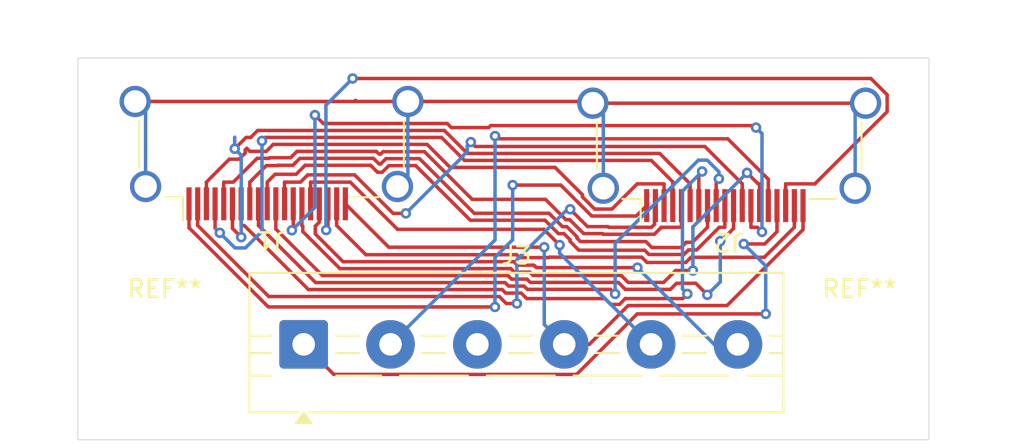
<source format=kicad_pcb>
(kicad_pcb (version 20241229) (generator "pcbnew") (generator_version "9.0")
  (layers (0 "F.Cu" signal) (2 "B.Cu" signal) (13 "F.Paste" user) (15 "B.Paste" user) (5 "F.SilkS" user "F.Silkscreen") (7 "B.SilkS" user "B.Silkscreen") (1 "F.Mask" user) (3 "B.Mask" user) (25 "Edge.Cuts" user))
  (net 0 "")
  (net 1 "Net-(J1-PadSH)")
  (net 2 "Net-(J1-D1-)")
  (net 3 "Net-(J1-D0S)")
  (net 4 "Net-(J1-D1+)")
  (net 5 "Net-(J1-CKS)")
  (net 6 "Net-(J1-D0-)")
  (net 7 "+5V")
  (net 8 "Net-(J1-+5V)")
  (net 9 "Net-(J1-D2-)")
  (net 10 "Net-(J1-SCL)")
  (net 11 "Net-(J1-D1S)")
  (net 12 "Net-(J1-CEC)")
  (net 13 "Net-(J1-D2S)")
  (net 14 "Net-(J1-CK-)")
  (net 15 "Net-(J1-UTILITY)")
  (net 16 "Net-(J1-GND)")
  (net 17 "Net-(J1-D2+)")
  (net 18 "Net-(J1-SDA)")
  (net 19 "Net-(J1-D0+)")
  (net 20 "Net-(J1-CK+)")
  (net 21 "Net-(J2-SCL)")
  (net 22 "Net-(J2-SDA)")
  (net 23 "GND")
  (footprint "Connector_Video:HDMI_A_Amphenol_10029449-x01xLF_Horizontal" (layer "F.Cu") (at 124 84.5 180)
    (property "Reference" "J2" (at 0 -7.1 180) (layer "F.SilkS"))
    (property "Value" "HDMI_A_Female")
    (fp_line (start 7.62 -2.9) (end 7.62 -0.2) (stroke (width 0.12)) (layer "F.SilkS"))
    (fp_line (start 5.1 -4.62) (end 6.15 -4.62) (stroke (width 0.12)) (layer "F.SilkS"))
    (fp_line (start 5.1 -5.95) (end 5.1 -4.62) (stroke (width 0.12)) (layer "F.SilkS"))
    (fp_line (start -6.15 -4.62) (end -4.6 -4.62) (stroke (width 0.12)) (layer "F.SilkS"))
    (fp_line (start -7.62 -0.2) (end -7.62 -2.9) (stroke (width 0.12)) (layer "F.SilkS"))
    (pad "1" smd rect (at 4.75 -5 180) (size 0.3 1.9) (layers "F.Cu" "F.Mask" "F.Paste") (net 17 "Net-(J1-D2+)"))
    (pad "2" smd rect (at 4.25 -5 180) (size 0.3 1.9) (layers "F.Cu" "F.Mask" "F.Paste") (net 13 "Net-(J1-D2S)"))
    (pad "3" smd rect (at 3.75 -5 180) (size 0.3 1.9) (layers "F.Cu" "F.Mask" "F.Paste") (net 9 "Net-(J1-D2-)"))
    (pad "4" smd rect (at 3.25 -5 180) (size 0.3 1.9) (layers "F.Cu" "F.Mask" "F.Paste") (net 4 "Net-(J1-D1+)"))
    (pad "5" smd rect (at 2.75 -5 180) (size 0.3 1.9) (layers "F.Cu" "F.Mask" "F.Paste") (net 11 "Net-(J1-D1S)"))
    (pad "6" smd rect (at 2.25 -5 180) (size 0.3 1.9) (layers "F.Cu" "F.Mask" "F.Paste") (net 2 "Net-(J1-D1-)"))
    (pad "7" smd rect (at 1.75 -5 180) (size 0.3 1.9) (layers "F.Cu" "F.Mask" "F.Paste") (net 19 "Net-(J1-D0+)"))
    (pad "8" smd rect (at 1.25 -5 180) (size 0.3 1.9) (layers "F.Cu" "F.Mask" "F.Paste") (net 3 "Net-(J1-D0S)"))
    (pad "9" smd rect (at 0.75 -5 180) (size 0.3 1.9) (layers "F.Cu" "F.Mask" "F.Paste") (net 6 "Net-(J1-D0-)"))
    (pad "10" smd rect (at 0.25 -5 180) (size 0.3 1.9) (layers "F.Cu" "F.Mask" "F.Paste") (net 20 "Net-(J1-CK+)"))
    (pad "11" smd rect (at -0.25 -5 180) (size 0.3 1.9) (layers "F.Cu" "F.Mask" "F.Paste") (net 5 "Net-(J1-CKS)"))
    (pad "12" smd rect (at -0.75 -5 180) (size 0.3 1.9) (layers "F.Cu" "F.Mask" "F.Paste") (net 14 "Net-(J1-CK-)"))
    (pad "13" smd rect (at -1.25 -5 180) (size 0.3 1.9) (layers "F.Cu" "F.Mask" "F.Paste") (net 12 "Net-(J1-CEC)"))
    (pad "14" smd rect (at -1.75 -5 180) (size 0.3 1.9) (layers "F.Cu" "F.Mask" "F.Paste") (net 15 "Net-(J1-UTILITY)"))
    (pad "15" smd rect (at -2.25 -5 180) (size 0.3 1.9) (layers "F.Cu" "F.Mask" "F.Paste") (net 21 "Net-(J2-SCL)"))
    (pad "16" smd rect (at -2.75 -5 180) (size 0.3 1.9) (layers "F.Cu" "F.Mask" "F.Paste") (net 22 "Net-(J2-SDA)"))
    (pad "17" smd rect (at -3.25 -5 180) (size 0.3 1.9) (layers "F.Cu" "F.Mask" "F.Paste") (net 16 "Net-(J1-GND)"))
    (pad "18" smd rect (at -3.75 -5 180) (size 0.3 1.9) (layers "F.Cu" "F.Mask" "F.Paste") (net 8 "Net-(J1-+5V)"))
    (pad "19" smd rect (at -4.25 -5 180) (size 0.3 1.9) (layers "F.Cu" "F.Mask" "F.Paste") (net 7 "+5V"))
    (pad "SH" thru_hole circle (at -7.85 0.9 180) (size 1.8 1.8) (drill 1.3) (layers "*.Cu" "*.Mask") (net 1 "Net-(J1-PadSH)"))
    (pad "SH" thru_hole circle (at -7.25 -4 180) (size 1.8 1.8) (drill 1.3) (layers "*.Cu" "*.Mask") (net 1 "Net-(J1-PadSH)"))
    (pad "SH" thru_hole circle (at 7.25 -4 180) (size 1.8 1.8) (drill 1.3) (layers "*.Cu" "*.Mask") (net 1 "Net-(J1-PadSH)"))
    (pad "SH" thru_hole circle (at 7.85 0.9 180) (size 1.8 1.8) (drill 1.3) (layers "*.Cu" "*.Mask") (net 1 "Net-(J1-PadSH)"))
  )
  (footprint "MountingHole:MountingHole_2.2mm_M2" (layer "F.Cu") (at 131.5 97.5)
    (property "Reference" "REF**" (at 0 -3.2 0) (layer "F.SilkS"))
    (property "Value" "MountingHole_2.2mm_M2")
    (pad "" np_thru_hole circle (at 0 0) (size 2.2 2.2) (drill 2.2) (layers "*.Cu" "*.Mask"))
  )
  (footprint "TerminalBlock:TerminalBlock_MaiXu_MX126-5.0-06P_1x06_P5.00mm" (layer "F.Cu") (at 99.5 97.5)
    (property "Reference" "J3" (at 12.25 -5.12 0) (layer "F.SilkS"))
    (property "Value" "Screw_Terminal_01x06")
    (fp_line (start -3.12 -4.12) (end -3.12 3.92) (stroke (width 0.12)) (layer "F.SilkS"))
    (fp_line (start -3.12 -4.12) (end 27.62 -4.12) (stroke (width 0.12)) (layer "F.SilkS"))
    (fp_line (start -3.12 -0.5) (end -1.88 -0.5) (stroke (width 0.12)) (layer "F.SilkS"))
    (fp_line (start -3.12 0.5) (end -1.88 0.5) (stroke (width 0.12)) (layer "F.SilkS"))
    (fp_line (start -3.12 1.8) (end -1.88 1.8) (stroke (width 0.12)) (layer "F.SilkS"))
    (fp_line (start -3.12 3.92) (end -0.3 3.92) (stroke (width 0.12)) (layer "F.SilkS"))
    (fp_line (start 0.3 3.92) (end 27.62 3.92) (stroke (width 0.12)) (layer "F.SilkS"))
    (fp_line (start 1.88 -0.5) (end 3.188 -0.5) (stroke (width 0.12)) (layer "F.SilkS"))
    (fp_line (start 1.88 0.5) (end 3.188 0.5) (stroke (width 0.12)) (layer "F.SilkS"))
    (fp_line (start 1.88 1.8) (end 4.457 1.8) (stroke (width 0.12)) (layer "F.SilkS"))
    (fp_line (start 5.543 1.8) (end 9.457 1.8) (stroke (width 0.12)) (layer "F.SilkS"))
    (fp_line (start 6.812 -0.5) (end 8.188 -0.5) (stroke (width 0.12)) (layer "F.SilkS"))
    (fp_line (start 6.812 0.5) (end 8.188 0.5) (stroke (width 0.12)) (layer "F.SilkS"))
    (fp_line (start 10.543 1.8) (end 14.457 1.8) (stroke (width 0.12)) (layer "F.SilkS"))
    (fp_line (start 11.812 -0.5) (end 13.188 -0.5) (stroke (width 0.12)) (layer "F.SilkS"))
    (fp_line (start 11.812 0.5) (end 13.188 0.5) (stroke (width 0.12)) (layer "F.SilkS"))
    (fp_line (start 15.543 1.8) (end 19.457 1.8) (stroke (width 0.12)) (layer "F.SilkS"))
    (fp_line (start 16.812 -0.5) (end 18.188 -0.5) (stroke (width 0.12)) (layer "F.SilkS"))
    (fp_line (start 16.812 0.5) (end 18.188 0.5) (stroke (width 0.12)) (layer "F.SilkS"))
    (fp_line (start 20.543 1.8) (end 24.457 1.8) (stroke (width 0.12)) (layer "F.SilkS"))
    (fp_line (start 21.812 -0.5) (end 23.188 -0.5) (stroke (width 0.12)) (layer "F.SilkS"))
    (fp_line (start 21.812 0.5) (end 23.188 0.5) (stroke (width 0.12)) (layer "F.SilkS"))
    (fp_line (start 25.543 1.8) (end 27.62 1.8) (stroke (width 0.12)) (layer "F.SilkS"))
    (fp_line (start 26.812 -0.5) (end 27.62 -0.5) (stroke (width 0.12)) (layer "F.SilkS"))
    (fp_line (start 26.812 0.5) (end 27.62 0.5) (stroke (width 0.12)) (layer "F.SilkS"))
    (fp_line (start 27.62 -4.12) (end 27.62 3.92) (stroke (width 0.12)) (layer "F.SilkS"))
    (fp_poly (pts (xy 0 3.92) (xy 0.44 4.53) (xy -0.44 4.53)) (stroke (width 0.12)) (fill yes) (layer "F.SilkS"))
    (pad "1" thru_hole roundrect (at 0 0) (size 2.8 2.8) (drill 1.3) (layers "*.Cu" "*.Mask") (roundrect_rratio 0.089286) (net 22 "Net-(J2-SDA)"))
    (pad "2" thru_hole circle (at 5 0) (size 2.8 2.8) (drill 1.3) (layers "*.Cu" "*.Mask") (net 21 "Net-(J2-SCL)"))
    (pad "3" thru_hole circle (at 10 0) (size 2.8 2.8) (drill 1.3) (layers "*.Cu" "*.Mask") (net 23 "GND"))
    (pad "4" thru_hole circle (at 15 0) (size 2.8 2.8) (drill 1.3) (layers "*.Cu" "*.Mask") (net 7 "+5V"))
    (pad "5" thru_hole circle (at 20 0) (size 2.8 2.8) (drill 1.3) (layers "*.Cu" "*.Mask") (net 10 "Net-(J1-SCL)"))
    (pad "6" thru_hole circle (at 25 0) (size 2.8 2.8) (drill 1.3) (layers "*.Cu" "*.Mask") (net 18 "Net-(J1-SDA)"))
  )
  (footprint "Connector_Video:HDMI_A_Amphenol_10029449-x01xLF_Horizontal" (layer "F.Cu") (at 97.65 84.4 180)
    (property "Reference" "J1" (at 0 -7.1 180) (layer "F.SilkS"))
    (property "Value" "HDMI_A_Male")
    (fp_line (start 7.62 -2.9) (end 7.62 -0.2) (stroke (width 0.12)) (layer "F.SilkS"))
    (fp_line (start 5.1 -4.62) (end 6.15 -4.62) (stroke (width 0.12)) (layer "F.SilkS"))
    (fp_line (start 5.1 -5.95) (end 5.1 -4.62) (stroke (width 0.12)) (layer "F.SilkS"))
    (fp_line (start -6.15 -4.62) (end -4.6 -4.62) (stroke (width 0.12)) (layer "F.SilkS"))
    (fp_line (start -7.62 -0.2) (end -7.62 -2.9) (stroke (width 0.12)) (layer "F.SilkS"))
    (pad "1" smd rect (at 4.75 -5 180) (size 0.3 1.9) (layers "F.Cu" "F.Mask" "F.Paste") (net 17 "Net-(J1-D2+)"))
    (pad "2" smd rect (at 4.25 -5 180) (size 0.3 1.9) (layers "F.Cu" "F.Mask" "F.Paste") (net 13 "Net-(J1-D2S)"))
    (pad "3" smd rect (at 3.75 -5 180) (size 0.3 1.9) (layers "F.Cu" "F.Mask" "F.Paste") (net 9 "Net-(J1-D2-)"))
    (pad "4" smd rect (at 3.25 -5 180) (size 0.3 1.9) (layers "F.Cu" "F.Mask" "F.Paste") (net 4 "Net-(J1-D1+)"))
    (pad "5" smd rect (at 2.75 -5 180) (size 0.3 1.9) (layers "F.Cu" "F.Mask" "F.Paste") (net 11 "Net-(J1-D1S)"))
    (pad "6" smd rect (at 2.25 -5 180) (size 0.3 1.9) (layers "F.Cu" "F.Mask" "F.Paste") (net 2 "Net-(J1-D1-)"))
    (pad "7" smd rect (at 1.75 -5 180) (size 0.3 1.9) (layers "F.Cu" "F.Mask" "F.Paste") (net 19 "Net-(J1-D0+)"))
    (pad "8" smd rect (at 1.25 -5 180) (size 0.3 1.9) (layers "F.Cu" "F.Mask" "F.Paste") (net 3 "Net-(J1-D0S)"))
    (pad "9" smd rect (at 0.75 -5 180) (size 0.3 1.9) (layers "F.Cu" "F.Mask" "F.Paste") (net 6 "Net-(J1-D0-)"))
    (pad "10" smd rect (at 0.25 -5 180) (size 0.3 1.9) (layers "F.Cu" "F.Mask" "F.Paste") (net 20 "Net-(J1-CK+)"))
    (pad "11" smd rect (at -0.25 -5 180) (size 0.3 1.9) (layers "F.Cu" "F.Mask" "F.Paste") (net 5 "Net-(J1-CKS)"))
    (pad "12" smd rect (at -0.75 -5 180) (size 0.3 1.9) (layers "F.Cu" "F.Mask" "F.Paste") (net 14 "Net-(J1-CK-)"))
    (pad "13" smd rect (at -1.25 -5 180) (size 0.3 1.9) (layers "F.Cu" "F.Mask" "F.Paste") (net 12 "Net-(J1-CEC)"))
    (pad "14" smd rect (at -1.75 -5 180) (size 0.3 1.9) (layers "F.Cu" "F.Mask" "F.Paste") (net 15 "Net-(J1-UTILITY)"))
    (pad "15" smd rect (at -2.25 -5 180) (size 0.3 1.9) (layers "F.Cu" "F.Mask" "F.Paste") (net 10 "Net-(J1-SCL)"))
    (pad "16" smd rect (at -2.75 -5 180) (size 0.3 1.9) (layers "F.Cu" "F.Mask" "F.Paste") (net 18 "Net-(J1-SDA)"))
    (pad "17" smd rect (at -3.25 -5 180) (size 0.3 1.9) (layers "F.Cu" "F.Mask" "F.Paste") (net 16 "Net-(J1-GND)"))
    (pad "18" smd rect (at -3.75 -5 180) (size 0.3 1.9) (layers "F.Cu" "F.Mask" "F.Paste") (net 8 "Net-(J1-+5V)"))
    (pad "19" smd rect (at -4.25 -5 180) (size 0.3 1.9) (layers "F.Cu" "F.Mask" "F.Paste") (net 7 "+5V"))
    (pad "SH" thru_hole circle (at -7.85 0.9 180) (size 1.8 1.8) (drill 1.3) (layers "*.Cu" "*.Mask") (net 1 "Net-(J1-PadSH)"))
    (pad "SH" thru_hole circle (at -7.25 -4 180) (size 1.8 1.8) (drill 1.3) (layers "*.Cu" "*.Mask") (net 1 "Net-(J1-PadSH)"))
    (pad "SH" thru_hole circle (at 7.25 -4 180) (size 1.8 1.8) (drill 1.3) (layers "*.Cu" "*.Mask") (net 1 "Net-(J1-PadSH)"))
    (pad "SH" thru_hole circle (at 7.85 0.9 180) (size 1.8 1.8) (drill 1.3) (layers "*.Cu" "*.Mask") (net 1 "Net-(J1-PadSH)"))
  )
  (footprint "MountingHole:MountingHole_2.2mm_M2" (layer "F.Cu") (at 91.5 97.5)
    (property "Reference" "REF**" (at 0 -3.2 0) (layer "F.SilkS"))
    (property "Value" "MountingHole_2.2mm_M2")
    (pad "" np_thru_hole circle (at 0 0) (size 2.2 2.2) (drill 2.2) (layers "*.Cu" "*.Mask"))
  )
  (gr_rect (start 86.5 81) (end 135.5 103) (stroke (width 0.05)) (fill no) (layer "Edge.Cuts"))
  (segment (start 105.5 83.5) (end 116.05 83.5) (width 0.2) (layer "F.Cu") (net 1))
  (segment (start 102.4893 83.4408) (end 102.4301 83.5) (width 0.2) (layer "F.Cu") (net 1))
  (segment (start 102.4893 83.4408) (end 102.4301 83.5) (width 0.2) (layer "F.Cu") (net 1))
  (segment (start 102.5485 83.5) (end 102.4893 83.4408) (width 0.2) (layer "F.Cu") (net 1))
  (segment (start 116.05 83.5) (end 116.15 83.6) (width 0.2) (layer "F.Cu") (net 1))
  (segment (start 105.5 83.5) (end 102.5485 83.5) (width 0.2) (layer "F.Cu") (net 1))
  (segment (start 131.85 83.6) (end 116.15 83.6) (width 0.2) (layer "F.Cu") (net 1))
  (segment (start 102.4301 83.5) (end 89.8 83.5) (width 0.2) (layer "F.Cu") (net 1))
  (segment (start 105.5 87.8) (end 105.5 83.5) (width 0.2) (layer "B.Cu") (net 1))
  (segment (start 89.8 83.5) (end 90.4 84.1) (width 0.2) (layer "B.Cu") (net 1))
  (segment (start 131.85 83.6) (end 131.25 84.2) (width 0.2) (layer "B.Cu") (net 1))
  (segment (start 104.9 88.4) (end 105.5 87.8) (width 0.2) (layer "B.Cu") (net 1))
  (segment (start 116.75 84.2) (end 116.75 88.5) (width 0.2) (layer "B.Cu") (net 1))
  (segment (start 90.4 84.1) (end 90.4 88.4) (width 0.2) (layer "B.Cu") (net 1))
  (segment (start 116.15 83.6) (end 116.75 84.2) (width 0.2) (layer "B.Cu") (net 1))
  (segment (start 131.25 84.2) (end 131.25 88.5) (width 0.2) (layer "B.Cu") (net 1))
  (segment (start 121.75 89.5) (end 121.75 88.2483) (width 0.2) (layer "F.Cu") (net 2))
  (segment (start 95.5307 86.2257) (end 95.5307 85.5718) (width 0.2) (layer "F.Cu") (net 2))
  (segment (start 96.8531 85.1701) (end 96.4515 85.5717) (width 0.2) (layer "F.Cu") (net 2))
  (segment (start 95.9043 91.3223) (end 95.9042 91.3223) (width 0.2) (layer "F.Cu") (net 2))
  (segment (start 95.9042 91.3223) (end 95.9043 91.3223) (width 0.2) (layer "F.Cu") (net 2))
  (segment (start 108.9243 86.4949) (end 107.5995 85.1701) (width 0.2) (layer "F.Cu") (net 2))
  (segment (start 95.5307 85.5718) (end 95.5307 86.2257) (width 0.2) (layer "F.Cu") (net 2))
  (segment (start 96.4515 85.5718) (end 96.1846 85.5718) (width 0.2) (layer "F.Cu") (net 2))
  (segment (start 95.4 90.818) (end 95.4 89.4) (width 0.2) (layer "F.Cu") (net 2))
  (segment (start 96.4515 85.5717) (end 96.4515 85.5718) (width 0.2) (layer "F.Cu") (net 2))
  (segment (start 119.9966 86.4949) (end 108.9243 86.4949) (width 0.2) (layer "F.Cu") (net 2))
  (segment (start 95.9043 91.3223) (end 95.4 90.818) (width 0.2) (layer "F.Cu") (net 2))
  (segment (start 96.1846 85.5718) (end 95.5307 86.2257) (width 0.2) (layer "F.Cu") (net 2))
  (segment (start 121.75 88.2483) (end 119.9966 86.4949) (width 0.2) (layer "F.Cu") (net 2))
  (segment (start 107.5995 85.1701) (end 96.8531 85.1701) (width 0.2) (layer "F.Cu") (net 2))
  (via (at 95.9043 91.3223) (size 0.6) (drill 0.3) (layers "F.Cu" "B.Cu") (net 2))
  (via (at 95.5307 86.2257) (size 0.6) (drill 0.3) (layers "F.Cu" "B.Cu") (net 2))
  (segment (start 95.9042 91.3223) (end 95.9043 91.3223) (width 0.2) (layer "B.Cu") (net 2))
  (segment (start 95.5307 85.5718) (end 95.5307 86.2257) (width 0.2) (layer "B.Cu") (net 2))
  (segment (start 95.5307 86.2257) (end 95.5307 85.5718) (width 0.2) (layer "B.Cu") (net 2))
  (segment (start 95.9043 91.3223) (end 95.9042 91.3223) (width 0.2) (layer "B.Cu") (net 2))
  (segment (start 95.9042 86.5992) (end 95.9042 91.3223) (width 0.2) (layer "B.Cu") (net 2))
  (segment (start 95.9042 91.3223) (end 95.9043 91.3223) (width 0.2) (layer "B.Cu") (net 2))
  (segment (start 95.5307 86.2257) (end 95.9042 86.5992) (width 0.2) (layer "B.Cu") (net 2))
  (segment (start 121.3611 91.782) (end 121.5259 91.6172) (width 0.2) (layer "F.Cu") (net 3))
  (segment (start 119.1987 91.574) (end 119.542 91.9173) (width 0.2) (layer "F.Cu") (net 3))
  (segment (start 103.8444 87.1056) (end 103.927 87.1056) (width 0.2) (layer "F.Cu") (net 3))
  (segment (start 103.5157 86.7769) (end 103.8444 87.1056) (width 0.2) (layer "F.Cu") (net 3))
  (segment (start 119.542 91.9173) (end 121.2258 91.9173) (width 0.2) (layer "F.Cu") (net 3))
  (segment (start 103.927 87.1056) (end 104.236 86.7966) (width 0.2) (layer "F.Cu") (net 3))
  (segment (start 99.047 87.0123) (end 99.2824 86.7769) (width 0.2) (layer "F.Cu") (net 3))
  (segment (start 104.236 86.7966) (end 106.1712 86.7966) (width 0.2) (layer "F.Cu") (net 3))
  (segment (start 96.4 89.4) (end 96.4 88.1483) (width 0.2) (layer "F.Cu") (net 3))
  (segment (start 114.6504 90.7164) (end 115.2383 91.3043) (width 0.2) (layer "F.Cu") (net 3))
  (segment (start 97.3522 87.1961) (end 96.4 88.1483) (width 0.2) (layer "F.Cu") (net 3))
  (segment (start 121.5259 91.6172) (end 121.8845 91.6172) (width 0.2) (layer "F.Cu") (net 3))
  (segment (start 98.0235 87.1786) (end 98.006 87.1961) (width 0.2) (layer "F.Cu") (net 3))
  (segment (start 115.2383 91.3043) (end 115.2383 91.3804) (width 0.2) (layer "F.Cu") (net 3))
  (segment (start 98.006 87.1961) (end 97.3522 87.1961) (width 0.2) (layer "F.Cu") (net 3))
  (segment (start 109.318 89.9434) (end 113.6287 89.9434) (width 0.2) (layer "F.Cu") (net 3))
  (segment (start 113.6287 89.9434) (end 114.4017 90.7164) (width 0.2) (layer "F.Cu") (net 3))
  (segment (start 121.8845 91.6172) (end 122.75 90.7517) (width 0.2) (layer "F.Cu") (net 3))
  (segment (start 115.4319 91.574) (end 119.1987 91.574) (width 0.2) (layer "F.Cu") (net 3))
  (segment (start 106.1712 86.7966) (end 109.318 89.9434) (width 0.2) (layer "F.Cu") (net 3))
  (segment (start 115.2383 91.3804) (end 115.4319 91.574) (width 0.2) (layer "F.Cu") (net 3))
  (segment (start 99.2824 86.7769) (end 103.5157 86.7769) (width 0.2) (layer "F.Cu") (net 3))
  (segment (start 98.8807 87.1786) (end 98.0235 87.1786) (width 0.2) (layer "F.Cu") (net 3))
  (segment (start 121.3611 91.782) (end 121.5259 91.6172) (width 0.2) (layer "F.Cu") (net 3))
  (segment (start 99.047 87.0123) (end 98.8807 87.1786) (width 0.2) (layer "F.Cu") (net 3))
  (segment (start 99.047 87.0123) (end 98.8807 87.1786) (width 0.2) (layer "F.Cu") (net 3))
  (segment (start 121.2258 91.9173) (end 121.3611 91.782) (width 0.2) (layer "F.Cu") (net 3))
  (segment (start 122.75 89.5) (end 122.75 90.7517) (width 0.2) (layer "F.Cu") (net 3))
  (segment (start 98.0235 87.1786) (end 98.006 87.1961) (width 0.2) (layer "F.Cu") (net 3))
  (segment (start 114.4017 90.7164) (end 114.6504 90.7164) (width 0.2) (layer "F.Cu") (net 3))
  (segment (start 94.6713 91.07) (end 94.4678 90.8665) (width 0.2) (layer "F.Cu") (net 4))
  (segment (start 120.75 88.1303) (end 120.75 89.5) (width 0.2) (layer "F.Cu") (net 4))
  (segment (start 119.5163 86.8966) (end 120.75 88.1303) (width 0.2) (layer "F.Cu") (net 4))
  (segment (start 97.3022 85.5718) (end 107.4332 85.5718) (width 0.2) (layer "F.Cu") (net 4))
  (segment (start 107.4332 85.5718) (end 108.758 86.8966) (width 0.2) (layer "F.Cu") (net 4))
  (segment (start 94.4 89.4) (end 94.4 90.7987) (width 0.2) (layer "F.Cu") (net 4))
  (segment (start 97.1014 85.7726) (end 97.3022 85.5718) (width 0.2) (layer "F.Cu") (net 4))
  (segment (start 94.4678 90.8665) (end 94.6713 91.07) (width 0.2) (layer "F.Cu") (net 4))
  (segment (start 108.758 86.8966) (end 119.5163 86.8966) (width 0.2) (layer "F.Cu") (net 4))
  (segment (start 94.4 90.7987) (end 94.6713 91.07) (width 0.2) (layer "F.Cu") (net 4))
  (via (at 97.1014 85.7726) (size 0.6) (drill 0.3) (layers "F.Cu" "B.Cu") (net 4))
  (via (at 94.6713 91.07) (size 0.6) (drill 0.3) (layers "F.Cu" "B.Cu") (net 4))
  (segment (start 97.1014 90.9837) (end 97.1014 85.7726) (width 0.2) (layer "B.Cu") (net 4))
  (segment (start 96.1446 91.9405) (end 97.1014 90.9837) (width 0.2) (layer "B.Cu") (net 4))
  (segment (start 94.4678 90.8665) (end 94.6713 91.07) (width 0.2) (layer "B.Cu") (net 4))
  (segment (start 94.6713 91.07) (end 94.4678 90.8665) (width 0.2) (layer "B.Cu") (net 4))
  (segment (start 95.5418 91.9405) (end 96.1446 91.9405) (width 0.2) (layer "B.Cu") (net 4))
  (segment (start 94.6713 91.07) (end 95.5418 91.9405) (width 0.2) (layer "B.Cu") (net 4))
  (segment (start 124.25 89.5) (end 124.25 90.8198) (width 0.2) (layer "F.Cu") (net 5))
  (segment (start 122.0735 93.977) (end 120.9703 93.977) (width 0.2) (layer "F.Cu") (net 5))
  (segment (start 122.7387 94.6422) (end 122.0735 93.977) (width 0.2) (layer "F.Cu") (net 5))
  (segment (start 117.6148 93.9268) (end 112.5437 93.9268) (width 0.2) (layer "F.Cu") (net 5))
  (segment (start 120.6188 94.3285) (end 118.0165 94.3285) (width 0.2) (layer "F.Cu") (net 5))
  (segment (start 112.5437 93.9268) (end 112.356 93.7391) (width 0.2) (layer "F.Cu") (net 5))
  (segment (start 118.0165 94.3285) (end 117.6148 93.9268) (width 0.2) (layer "F.Cu") (net 5))
  (segment (start 120.9703 93.977) (end 120.6188 94.3285) (width 0.2) (layer "F.Cu") (net 5))
  (segment (start 100.5833 93.5374) (end 97.9 90.8541) (width 0.2) (layer "F.Cu") (net 5))
  (segment (start 97.9 89.4) (end 97.9 90.6517) (width 0.2) (layer "F.Cu") (net 5))
  (segment (start 111.4637 93.7391) (end 111.262 93.5374) (width 0.2) (layer "F.Cu") (net 5))
  (segment (start 109.7659 93.5374) (end 100.5833 93.5374) (width 0.2) (layer "F.Cu") (net 5))
  (segment (start 123.5224 91.5474) (end 123.4847 91.5474) (width 0.2) (layer "F.Cu") (net 5))
  (segment (start 111.262 93.5374) (end 109.7659 93.5374) (width 0.2) (layer "F.Cu") (net 5))
  (segment (start 124.25 90.8198) (end 123.5224 91.5474) (width 0.2) (layer "F.Cu") (net 5))
  (segment (start 112.356 93.7391) (end 111.4637 93.7391) (width 0.2) (layer "F.Cu") (net 5))
  (segment (start 97.9 90.8541) (end 97.9 90.6517) (width 0.2) (layer "F.Cu") (net 5))
  (via (at 123.4847 91.5474) (size 0.6) (drill 0.3) (layers "F.Cu" "B.Cu") (net 5))
  (via (at 122.7387 94.6422) (size 0.6) (drill 0.3) (layers "F.Cu" "B.Cu") (net 5))
  (segment (start 123.4847 91.5474) (end 123.4847 93.8962) (width 0.2) (layer "B.Cu") (net 5))
  (segment (start 123.4847 93.8962) (end 122.7387 94.6422) (width 0.2) (layer "B.Cu") (net 5))
  (segment (start 109.9322 93.9391) (end 100.1874 93.9391) (width 0.2) (layer "F.Cu") (net 6))
  (segment (start 100.1874 93.9391) (end 96.9 90.6517) (width 0.2) (layer "F.Cu") (net 6))
  (segment (start 96.9 89.4) (end 96.9 90.6517) (width 0.2) (layer "F.Cu") (net 6))
  (segment (start 111.0957 93.9391) (end 109.9322 93.9391) (width 0.2) (layer "F.Cu") (net 6))
  (segment (start 111.2974 94.1408) (end 111.0957 93.9391) (width 0.2) (layer "F.Cu") (net 6))
  (segment (start 117.4318 94.595) (end 117.1653 94.3285) (width 0.2) (layer "F.Cu") (net 6))
  (segment (start 123.4054 87.9552) (end 123.25 88.1106) (width 0.2) (layer "F.Cu") (net 6))
  (segment (start 117.1653 94.3285) (end 112.3774 94.3285) (width 0.2) (layer "F.Cu") (net 6))
  (segment (start 112.3774 94.3285) (end 112.1897 94.1408) (width 0.2) (layer "F.Cu") (net 6))
  (segment (start 112.1897 94.1408) (end 111.2974 94.1408) (width 0.2) (layer "F.Cu") (net 6))
  (segment (start 123.25 88.1106) (end 123.25 89.5) (width 0.2) (layer "F.Cu") (net 6))
  (via (at 117.4318 94.595) (size 0.6) (drill 0.3) (layers "F.Cu" "B.Cu") (net 6))
  (via (at 123.4054 87.9552) (size 0.6) (drill 0.3) (layers "F.Cu" "B.Cu") (net 6))
  (segment (start 123.4054 87.9552) (end 123.4054 87.5527) (width 0.2) (layer "B.Cu") (net 6))
  (segment (start 122.7347 86.882) (end 122.2264 86.882) (width 0.2) (layer "B.Cu") (net 6))
  (segment (start 123.4054 87.5527) (end 122.7347 86.882) (width 0.2) (layer "B.Cu") (net 6))
  (segment (start 122.2264 86.882) (end 117.4318 91.6766) (width 0.2) (layer "B.Cu") (net 6))
  (segment (start 117.4318 91.6766) (end 117.4318 94.595) (width 0.2) (layer "B.Cu") (net 6))
  (segment (start 128.25 90.8877) (end 128.25 90.7517) (width 0.2) (layer "F.Cu") (net 7))
  (segment (start 113.35 91.9003) (end 104.4003 91.9003) (width 0.2) (layer "F.Cu") (net 7))
  (segment (start 114.5 97.5) (end 115.9457 97.5) (width 0.2) (layer "F.Cu") (net 7))
  (segment (start 118.1828 95.2629) (end 123.8748 95.2629) (width 0.2) (layer "F.Cu") (net 7))
  (segment (start 128.25 89.5) (end 128.25 90.7517) (width 0.2) (layer "F.Cu") (net 7))
  (segment (start 115.9457 97.5) (end 118.1828 95.2629) (width 0.2) (layer "F.Cu") (net 7))
  (segment (start 104.4003 91.9003) (end 101.9 89.4) (width 0.2) (layer "F.Cu") (net 7))
  (segment (start 123.8748 95.2629) (end 128.25 90.8877) (width 0.2) (layer "F.Cu") (net 7))
  (via (at 113.35 91.9003) (size 0.6) (drill 0.3) (layers "F.Cu" "B.Cu") (net 7))
  (segment (start 113.35 96.35) (end 113.35 91.9003) (width 0.2) (layer "B.Cu") (net 7))
  (segment (start 114.5 97.5) (end 113.35 96.35) (width 0.2) (layer "B.Cu") (net 7))
  (segment (start 113.5992 92.502) (end 111.9306 92.502) (width 0.2) (layer "F.Cu") (net 8))
  (segment (start 109.267 92.3323) (end 103.0806 92.3323) (width 0.2) (layer "F.Cu") (net 8))
  (segment (start 103.0806 92.3323) (end 101.4 90.6517) (width 0.2) (layer "F.Cu") (net 8))
  (segment (start 111.9306 92.502) (end 111.7609 92.3323) (width 0.2) (layer "F.Cu") (net 8))
  (segment (start 121.5 92.7791) (end 119.2678 92.7791) (width 0.2) (layer "F.Cu") (net 8))
  (segment (start 118.9638 92.4751) (end 113.6261 92.4751) (width 0.2) (layer "F.Cu") (net 8))
  (segment (start 101.4 89.4) (end 101.4 90.6517) (width 0.2) (layer "F.Cu") (net 8))
  (segment (start 126.0204 92.4813) (end 127.75 90.7517) (width 0.2) (layer "F.Cu") (net 8))
  (segment (start 121.6937 92.5854) (end 121.5 92.7791) (width 0.2) (layer "F.Cu") (net 8))
  (segment (start 121.6937 92.5854) (end 121.7978 92.4813) (width 0.2) (layer "F.Cu") (net 8))
  (segment (start 111.7609 92.3323) (end 109.267 92.3323) (width 0.2) (layer "F.Cu") (net 8))
  (segment (start 113.6261 92.4751) (end 113.5992 92.502) (width 0.2) (layer "F.Cu") (net 8))
  (segment (start 121.7978 92.4813) (end 126.0204 92.4813) (width 0.2) (layer "F.Cu") (net 8))
  (segment (start 127.75 89.5) (end 127.75 90.7517) (width 0.2) (layer "F.Cu") (net 8))
  (segment (start 119.2678 92.7791) (end 118.9638 92.4751) (width 0.2) (layer "F.Cu") (net 8))
  (segment (start 121.6937 92.5854) (end 121.7978 92.4813) (width 0.2) (layer "F.Cu") (net 8))
  (segment (start 96.1324 86.4749) (end 96.1324 86.2922) (width 0.2) (layer "F.Cu") (net 9))
  (segment (start 96.3963 86.3743) (end 97.3506 86.3743) (width 0.2) (layer "F.Cu") (net 9))
  (segment (start 117.2478 89.7017) (end 118.7012 88.2483) (width 0.2) (layer "F.Cu") (net 9))
  (segment (start 115.5483 88.9977) (end 116.2523 89.7017) (width 0.2) (layer "F.Cu") (net 9))
  (segment (start 116.2523 89.7017) (end 117.2478 89.7017) (width 0.2) (layer "F.Cu") (net 9))
  (segment (start 107.9317 87.2983) (end 113.9734 87.2983) (width 0.2) (layer "F.Cu") (net 9))
  (segment (start 120.25 89.5) (end 120.25 88.2483) (width 0.2) (layer "F.Cu") (net 9))
  (segment (start 93.9 88.1483) (end 95.2209 86.8274) (width 0.2) (layer "F.Cu") (net 9))
  (segment (start 113.9734 87.2983) (end 115.5483 88.8732) (width 0.2) (layer "F.Cu") (net 9))
  (segment (start 97.7513 85.9736) (end 97.7513 85.9735) (width 0.2) (layer "F.Cu") (net 9))
  (segment (start 96.2233 86.2013) (end 96.1324 86.2922) (width 0.2) (layer "F.Cu") (net 9))
  (segment (start 115.5483 88.8732) (end 115.5483 88.9977) (width 0.2) (layer "F.Cu") (net 9))
  (segment (start 106.6069 85.9735) (end 107.9317 87.2983) (width 0.2) (layer "F.Cu") (net 9))
  (segment (start 97.7513 85.9735) (end 106.6069 85.9735) (width 0.2) (layer "F.Cu") (net 9))
  (segment (start 95.2209 86.8274) (end 95.7799 86.8274) (width 0.2) (layer "F.Cu") (net 9))
  (segment (start 93.9 89.4) (end 93.9 88.1483) (width 0.2) (layer "F.Cu") (net 9))
  (segment (start 96.2233 86.2013) (end 96.1324 86.2922) (width 0.2) (layer "F.Cu") (net 9))
  (segment (start 96.2233 86.2013) (end 96.3963 86.3743) (width 0.2) (layer "F.Cu") (net 9))
  (segment (start 118.7012 88.2483) (end 120.25 88.2483) (width 0.2) (layer "F.Cu") (net 9))
  (segment (start 97.3506 86.3743) (end 97.7513 85.9736) (width 0.2) (layer "F.Cu") (net 9))
  (segment (start 95.7799 86.8274) (end 96.1324 86.4749) (width 0.2) (layer "F.Cu") (net 9))
  (segment (start 114.2349 91.7756) (end 113.327 90.8677) (width 0.2) (layer "F.Cu") (net 10))
  (segment (start 104.9002 90.8677) (end 102.1808 88.1483) (width 0.2) (layer "F.Cu") (net 10))
  (segment (start 113.327 90.8677) (end 104.9002 90.8677) (width 0.2) (layer "F.Cu") (net 10))
  (segment (start 99.9 89.4) (end 99.9 88.1483) (width 0.2) (layer "F.Cu") (net 10))
  (segment (start 102.1808 88.1483) (end 99.9 88.1483) (width 0.2) (layer "F.Cu") (net 10))
  (via (at 114.2349 91.7756) (size 0.6) (drill 0.3) (layers "F.Cu" "B.Cu") (net 10))
  (segment (start 114.2349 91.7756) (end 114.2349 92.2489) (width 0.2) (layer "B.Cu") (net 10))
  (segment (start 114.2349 92.2489) (end 119.486 97.5) (width 0.2) (layer "B.Cu") (net 10))
  (segment (start 119.486 97.5) (end 119.5 97.5) (width 0.2) (layer "B.Cu") (net 10))
  (segment (start 94.9 88.1483) (end 95.447 88.1483) (width 0.2) (layer "F.Cu") (net 11))
  (segment (start 115.6185 91.1165) (end 116.7038 91.1165) (width 0.2) (layer "F.Cu") (net 11))
  (segment (start 116.7038 91.1165) (end 116.7407 91.1534) (width 0.2) (layer "F.Cu") (net 11))
  (segment (start 114.8167 90.3147) (end 115.6185 91.1165) (width 0.2) (layer "F.Cu") (net 11))
  (segment (start 113.4221 89.1415) (end 114.5953 90.3147) (width 0.2) (layer "F.Cu") (net 11))
  (segment (start 106.4552 86.3949) (end 109.2018 89.1415) (width 0.2) (layer "F.Cu") (net 11))
  (segment (start 119.9267 90.918) (end 120.093 90.7517) (width 0.2) (layer "F.Cu") (net 11))
  (segment (start 103.8444 86.5376) (end 103.927 86.5376) (width 0.2) (layer "F.Cu") (net 11))
  (segment (start 116.7407 91.1534) (end 119.6913 91.1534) (width 0.2) (layer "F.Cu") (net 11))
  (segment (start 95.447 88.1483) (end 96.8193 86.776) (width 0.2) (layer "F.Cu") (net 11))
  (segment (start 121.25 89.5) (end 121.25 90.7517) (width 0.2) (layer "F.Cu") (net 11))
  (segment (start 103.682 86.3752) (end 103.8444 86.5376) (width 0.2) (layer "F.Cu") (net 11))
  (segment (start 103.927 86.5376) (end 104.0697 86.3949) (width 0.2) (layer "F.Cu") (net 11))
  (segment (start 98.8807 86.6106) (end 98.749 86.7423) (width 0.2) (layer "F.Cu") (net 11))
  (segment (start 94.9 89.4) (end 94.9 88.1483) (width 0.2) (layer "F.Cu") (net 11))
  (segment (start 104.0697 86.3949) (end 106.4552 86.3949) (width 0.2) (layer "F.Cu") (net 11))
  (segment (start 97.5506 86.7423) (end 98.749 86.7423) (width 0.2) (layer "F.Cu") (net 11))
  (segment (start 119.6913 91.1534) (end 119.9267 90.918) (width 0.2) (layer "F.Cu") (net 11))
  (segment (start 119.9267 90.918) (end 120.093 90.7517) (width 0.2) (layer "F.Cu") (net 11))
  (segment (start 98.8807 86.6106) (end 98.749 86.7423) (width 0.2) (layer "F.Cu") (net 11))
  (segment (start 120.093 90.7517) (end 121.25 90.7517) (width 0.2) (layer "F.Cu") (net 11))
  (segment (start 99.1161 86.3752) (end 103.682 86.3752) (width 0.2) (layer "F.Cu") (net 11))
  (segment (start 109.2018 89.1415) (end 113.4221 89.1415) (width 0.2) (layer "F.Cu") (net 11))
  (segment (start 97.5169 86.776) (end 97.5506 86.7423) (width 0.2) (layer "F.Cu") (net 11))
  (segment (start 98.8807 86.6106) (end 99.1161 86.3752) (width 0.2) (layer "F.Cu") (net 11))
  (segment (start 114.5953 90.3147) (end 114.8167 90.3147) (width 0.2) (layer "F.Cu") (net 11))
  (segment (start 96.8193 86.776) (end 97.5169 86.776) (width 0.2) (layer "F.Cu") (net 11))
  (segment (start 125.25 89.5) (end 125.25 90.7517) (width 0.2) (layer "F.Cu") (net 12))
  (segment (start 110.2682 84.8897) (end 110.154 85.0039) (width 0.2) (layer "F.Cu") (net 12))
  (segment (start 100.6307 84.7683) (end 100.1502 84.2878) (width 0.2) (layer "F.Cu") (net 12))
  (segment (start 107.7657 84.7683) (end 100.6307 84.7683) (width 0.2) (layer "F.Cu") (net 12))
  (segment (start 125.4286 84.8897) (end 110.2682 84.8897) (width 0.2) (layer "F.Cu") (net 12))
  (segment (start 110.154 85.0039) (end 108.0013 85.0039) (width 0.2) (layer "F.Cu") (net 12))
  (segment (start 98.8226 90.9261) (end 98.9 90.8487) (width 0.2) (layer "F.Cu") (net 12))
  (segment (start 125.5428 85.0039) (end 125.4286 84.8897) (width 0.2) (layer "F.Cu") (net 12))
  (segment (start 125.25 90.7517) (end 125.6206 90.7517) (width 0.2) (layer "F.Cu") (net 12))
  (segment (start 98.8226 90.9261) (end 98.8227 90.926) (width 0.2) (layer "F.Cu") (net 12))
  (segment (start 108.0013 85.0039) (end 107.7657 84.7683) (width 0.2) (layer "F.Cu") (net 12))
  (segment (start 125.6206 90.7517) (end 125.8875 91.0186) (width 0.2) (layer "F.Cu") (net 12))
  (segment (start 98.9 90.8487) (end 98.9 89.4) (width 0.2) (layer "F.Cu") (net 12))
  (via (at 100.1502 84.2878) (size 0.6) (drill 0.3) (layers "F.Cu" "B.Cu") (net 12))
  (via (at 125.5428 85.0039) (size 0.6) (drill 0.3) (layers "F.Cu" "B.Cu") (net 12))
  (via (at 125.8875 91.0186) (size 0.6) (drill 0.3) (layers "F.Cu" "B.Cu") (net 12))
  (via (at 98.8227 90.926) (size 0.6) (drill 0.3) (layers "F.Cu" "B.Cu") (net 12))
  (segment (start 100.1502 84.2878) (end 100.1502 89.5985) (width 0.2) (layer "B.Cu") (net 12))
  (segment (start 98.8226 90.9261) (end 98.8227 90.926) (width 0.2) (layer "B.Cu") (net 12))
  (segment (start 100.1502 89.5985) (end 98.8226 90.9261) (width 0.2) (layer "B.Cu") (net 12))
  (segment (start 125.8875 91.0186) (end 125.8875 85.3486) (width 0.2) (layer "B.Cu") (net 12))
  (segment (start 125.8875 85.3486) (end 125.5428 85.0039) (width 0.2) (layer "B.Cu") (net 12))
  (segment (start 110.7631 94.7425) (end 97.4908 94.7425) (width 0.2) (layer "F.Cu") (net 13))
  (segment (start 93.4 89.4) (end 93.4 90.6517) (width 0.2) (layer "F.Cu") (net 13))
  (segment (start 117.0554 90.7517) (end 119.525 90.7517) (width 0.2) (layer "F.Cu") (net 13))
  (segment (start 111.7742 95.1442) (end 111.1648 95.1442) (width 0.2) (layer "F.Cu") (net 13))
  (segment (start 115.8462 90.7148) (end 117.0185 90.7148) (width 0.2) (layer "F.Cu") (net 13))
  (segment (start 97.4908 94.7425) (end 93.4 90.6517) (width 0.2) (layer "F.Cu") (net 13))
  (segment (start 119.7017 89.5483) (end 119.75 89.5) (width 0.2) (layer "F.Cu") (net 13))
  (segment (start 119.7017 90.575) (end 119.7017 89.5483) (width 0.2) (layer "F.Cu") (net 13))
  (segment (start 117.0185 90.7148) (end 117.0554 90.7517) (width 0.2) (layer "F.Cu") (net 13))
  (segment (start 114.8443 89.7129) (end 115.8462 90.7148) (width 0.2) (layer "F.Cu") (net 13))
  (segment (start 111.1648 95.1442) (end 110.7631 94.7425) (width 0.2) (layer "F.Cu") (net 13))
  (segment (start 119.525 90.7517) (end 119.7017 90.575) (width 0.2) (layer "F.Cu") (net 13))
  (via (at 111.7742 95.1442) (size 0.6) (drill 0.3) (layers "F.Cu" "B.Cu") (net 13))
  (via (at 114.8443 89.7129) (size 0.6) (drill 0.3) (layers "F.Cu" "B.Cu") (net 13))
  (segment (start 111.7742 92.6253) (end 111.7742 95.1442) (width 0.2) (layer "B.Cu") (net 13))
  (segment (start 114.8443 89.7129) (end 114.6866 89.7129) (width 0.2) (layer "B.Cu") (net 13))
  (segment (start 114.6866 89.7129) (end 111.7742 92.6253) (width 0.2) (layer "B.Cu") (net 13))
  (segment (start 98.4 88.1483) (end 99.3191 88.1483) (width 0.2) (layer "F.Cu") (net 14))
  (segment (start 99.3191 88.1483) (end 99.737 87.7304) (width 0.2) (layer "F.Cu") (net 14))
  (segment (start 124.75 89.5) (end 124.75 88.2483) (width 0.2) (layer "F.Cu") (net 14))
  (segment (start 99.737 87.7304) (end 102.4321 87.7304) (width 0.2) (layer "F.Cu") (net 14))
  (segment (start 122.5949 86.0932) (end 109.3738 86.0932) (width 0.2) (layer "F.Cu") (net 14))
  (segment (start 104.6506 89.9489) (end 105.3804 89.9489) (width 0.2) (layer "F.Cu") (net 14))
  (segment (start 98.4 89.4) (end 98.4 88.1483) (width 0.2) (layer "F.Cu") (net 14))
  (segment (start 124.75 88.2483) (end 122.5949 86.0932) (width 0.2) (layer "F.Cu") (net 14))
  (segment (start 109.1557 85.8751) (end 109.1245 85.8439) (width 0.2) (layer "F.Cu") (net 14))
  (segment (start 109.1245 85.8439) (end 109.1557 85.8751) (width 0.2) (layer "F.Cu") (net 14))
  (segment (start 109.3738 86.0932) (end 109.1245 85.8439) (width 0.2) (layer "F.Cu") (net 14))
  (segment (start 102.4321 87.7304) (end 104.6506 89.9489) (width 0.2) (layer "F.Cu") (net 14))
  (via (at 109.1245 85.8439) (size 0.6) (drill 0.3) (layers "F.Cu" "B.Cu") (net 14))
  (via (at 105.3804 89.9489) (size 0.6) (drill 0.3) (layers "F.Cu" "B.Cu") (net 14))
  (segment (start 108.9151 86.3857) (end 108.9151 86.0533) (width 0.2) (layer "B.Cu") (net 14))
  (segment (start 109.1557 85.8751) (end 109.1245 85.8439) (width 0.2) (layer "B.Cu") (net 14))
  (segment (start 109.1245 85.8439) (end 109.1557 85.8751) (width 0.2) (layer "B.Cu") (net 14))
  (segment (start 105.3804 89.9489) (end 108.6955 86.6338) (width 0.2) (layer "B.Cu") (net 14))
  (segment (start 108.6955 86.6338) (end 108.6955 86.6053) (width 0.2) (layer "B.Cu") (net 14))
  (segment (start 108.6955 86.6053) (end 108.9151 86.3857) (width 0.2) (layer "B.Cu") (net 14))
  (segment (start 108.9151 86.0533) (end 109.1245 85.8439) (width 0.2) (layer "B.Cu") (net 14))
  (segment (start 99.4498 90.7019) (end 99.4 90.6521) (width 0.2) (layer "F.Cu") (net 15))
  (segment (start 125.663 88.2483) (end 125.75 88.2483) (width 0.2) (layer "F.Cu") (net 15))
  (segment (start 112.71 93.5251) (end 112.5223 93.3374) (width 0.2) (layer "F.Cu") (net 15))
  (segment (start 117.7811 93.5251) (end 112.71 93.5251) (width 0.2) (layer "F.Cu") (net 15))
  (segment (start 99.4498 90.9975) (end 99.4498 90.7019) (width 0.2) (layer "F.Cu") (net 15))
  (segment (start 111.63 93.3374) (end 111.4283 93.1357) (width 0.2) (layer "F.Cu") (net 15))
  (segment (start 99.4 90.6521) (end 99.4 89.4) (width 0.2) (layer "F.Cu") (net 15))
  (segment (start 112.5223 93.3374) (end 111.63 93.3374) (width 0.2) (layer "F.Cu") (net 15))
  (segment (start 125.027 87.6123) (end 125.663 88.2483) (width 0.2) (layer "F.Cu") (net 15))
  (segment (start 121.9096 93.2464) (end 120.9098 93.2464) (width 0.2) (layer "F.Cu") (net 15))
  (segment (start 109.5996 93.1357) (end 101.588 93.1357) (width 0.2) (layer "F.Cu") (net 15))
  (segment (start 118.1828 93.9268) (end 117.7811 93.5251) (width 0.2) (layer "F.Cu") (net 15))
  (segment (start 125.75 89.5) (end 125.75 88.2483) (width 0.2) (layer "F.Cu") (net 15))
  (segment (start 120.9098 93.2464) (end 120.2294 93.9268) (width 0.2) (layer "F.Cu") (net 15))
  (segment (start 111.4283 93.1357) (end 109.5996 93.1357) (width 0.2) (layer "F.Cu") (net 15))
  (segment (start 120.2294 93.9268) (end 118.1828 93.9268) (width 0.2) (layer "F.Cu") (net 15))
  (segment (start 101.588 93.1357) (end 99.4498 90.9975) (width 0.2) (layer "F.Cu") (net 15))
  (via (at 121.9096 93.2464) (size 0.6) (drill 0.3) (layers "F.Cu" "B.Cu") (net 15))
  (via (at 125.027 87.6123) (size 0.6) (drill 0.3) (layers "F.Cu" "B.Cu") (net 15))
  (segment (start 125.027 87.6123) (end 121.9096 90.7297) (width 0.2) (layer "B.Cu") (net 15))
  (segment (start 121.9096 90.7297) (end 121.9096 93.2464) (width 0.2) (layer "B.Cu") (net 15))
  (segment (start 127.25 89.5) (end 127.25 88.2483) (width 0.2) (layer "F.Cu") (net 16))
  (segment (start 100.7818 90.8995) (end 100.7818 90.7699) (width 0.2) (layer "F.Cu") (net 16))
  (segment (start 100.7818 90.7699) (end 100.9 90.6517) (width 0.2) (layer "F.Cu") (net 16))
  (segment (start 100.7818 90.8995) (end 100.7957 90.9134) (width 0.2) (layer "F.Cu") (net 16))
  (segment (start 132.1531 82.1754) (end 102.3181 82.1754) (width 0.2) (layer "F.Cu") (net 16))
  (segment (start 127.25 88.2483) (end 128.934 88.2483) (width 0.2) (layer "F.Cu") (net 16))
  (segment (start 133.0915 84.0908) (end 133.0915 83.1138) (width 0.2) (layer "F.Cu") (net 16))
  (segment (start 128.934 88.2483) (end 133.0915 84.0908) (width 0.2) (layer "F.Cu") (net 16))
  (segment (start 100.9 89.4) (end 100.9 90.6517) (width 0.2) (layer "F.Cu") (net 16))
  (segment (start 133.0915 83.1138) (end 132.1531 82.1754) (width 0.2) (layer "F.Cu") (net 16))
  (via (at 102.3181 82.1754) (size 0.6) (drill 0.3) (layers "F.Cu" "B.Cu") (net 16))
  (via (at 100.7957 90.9134) (size 0.6) (drill 0.3) (layers "F.Cu" "B.Cu") (net 16))
  (segment (start 100.7818 83.7117) (end 102.3181 82.1754) (width 0.2) (layer "B.Cu") (net 16))
  (segment (start 100.7818 90.8995) (end 100.7818 83.7117) (width 0.2) (layer "B.Cu") (net 16))
  (segment (start 100.7818 90.8995) (end 100.7957 90.9134) (width 0.2) (layer "B.Cu") (net 16))
  (segment (start 116.086 90.1034) (end 118.6466 90.1034) (width 0.2) (layer "F.Cu") (net 17))
  (segment (start 92.9 90.7802) (end 92.9 89.4) (width 0.2) (layer "F.Cu") (net 17))
  (segment (start 114.3025 88.3199) (end 116.086 90.1034) (width 0.2) (layer "F.Cu") (net 17))
  (segment (start 97.464 95.3442) (end 92.9 90.7802) (width 0.2) (layer "F.Cu") (net 17))
  (segment (start 110.5139 95.3442) (end 97.464 95.3442) (width 0.2) (layer "F.Cu") (net 17))
  (segment (start 118.6466 90.1034) (end 119.25 89.5) (width 0.2) (layer "F.Cu") (net 17))
  (segment (start 111.5326 88.3199) (end 114.3025 88.3199) (width 0.2) (layer "F.Cu") (net 17))
  (via (at 111.5326 88.3199) (size 0.6) (drill 0.3) (layers "F.Cu" "B.Cu") (net 17))
  (via (at 110.5139 95.3442) (size 0.6) (drill 0.3) (layers "F.Cu" "B.Cu") (net 17))
  (segment (start 111.5326 91.4669) (end 110.5139 92.4856) (width 0.2) (layer "B.Cu") (net 17))
  (segment (start 111.5326 88.3199) (end 111.5326 91.4669) (width 0.2) (layer "B.Cu") (net 17))
  (segment (start 110.5139 92.4856) (end 110.5139 95.3442) (width 0.2) (layer "B.Cu") (net 17))
  (segment (start 112.9047 93.0768) (end 112.7866 92.9587) (width 0.2) (layer "F.Cu") (net 18))
  (segment (start 112.7686 92.9767) (end 112.7276 92.9357) (width 0.2) (layer "F.Cu") (net 18))
  (segment (start 100.4 90.4579) (end 100.4 89.4) (width 0.2) (layer "F.Cu") (net 18))
  (segment (start 111.7963 92.9357) (end 111.5946 92.734) (width 0.2) (layer "F.Cu") (net 18))
  (segment (start 111.5946 92.734) (end 109.4333 92.734) (width 0.2) (layer "F.Cu") (net 18))
  (segment (start 100.1674 91.1366) (end 100.1674 90.6905) (width 0.2) (layer "F.Cu") (net 18))
  (segment (start 112.7866 92.9587) (end 112.7686 92.9767) (width 0.2) (layer "F.Cu") (net 18))
  (segment (start 100.1674 90.6905) (end 100.4 90.4579) (width 0.2) (layer "F.Cu") (net 18))
  (segment (start 112.7276 92.9357) (end 111.7963 92.9357) (width 0.2) (layer "F.Cu") (net 18))
  (segment (start 101.7648 92.734) (end 100.1674 91.1366) (width 0.2) (layer "F.Cu") (net 18))
  (segment (start 112.7866 92.9587) (end 112.7686 92.9767) (width 0.2) (layer "F.Cu") (net 18))
  (segment (start 118.7146 93.0768) (end 112.9047 93.0768) (width 0.2) (layer "F.Cu") (net 18))
  (segment (start 109.4333 92.734) (end 101.7648 92.734) (width 0.2) (layer "F.Cu") (net 18))
  (via (at 118.7146 93.0768) (size 0.6) (drill 0.3) (layers "F.Cu" "B.Cu") (net 18))
  (segment (start 124.5 97.5) (end 123.1378 97.5) (width 0.2) (layer "B.Cu") (net 18))
  (segment (start 123.1378 97.5) (end 118.7146 93.0768) (width 0.2) (layer "B.Cu") (net 18))
  (segment (start 118.0165 94.8612) (end 117.681 95.1967) (width 0.2) (layer "F.Cu") (net 19))
  (segment (start 110.0985 94.3408) (end 99.7737 94.3408) (width 0.2) (layer "F.Cu") (net 19))
  (segment (start 96.0846 90.6517) (end 95.9 90.6517) (width 0.2) (layer "F.Cu") (net 19))
  (segment (start 117.1827 95.1967) (end 116.8472 94.8612) (width 0.2) (layer "F.Cu") (net 19))
  (segment (start 116.8472 94.8612) (end 112.3421 94.8612) (width 0.2) (layer "F.Cu") (net 19))
  (segment (start 122.4408 87.5369) (end 122.25 87.7277) (width 0.2) (layer "F.Cu") (net 19))
  (segment (start 121.3216 94.8612) (end 118.0165 94.8612) (width 0.2) (layer "F.Cu") (net 19))
  (segment (start 110.9294 94.3408) (end 110.0985 94.3408) (width 0.2) (layer "F.Cu") (net 19))
  (segment (start 99.7737 94.3408) (end 96.0846 90.6517) (width 0.2) (layer "F.Cu") (net 19))
  (segment (start 112.0234 94.5425) (end 111.1311 94.5425) (width 0.2) (layer "F.Cu") (net 19))
  (segment (start 112.3421 94.8612) (end 112.0234 94.5425) (width 0.2) (layer "F.Cu") (net 19))
  (segment (start 117.681 95.1967) (end 117.1827 95.1967) (width 0.2) (layer "F.Cu") (net 19))
  (segment (start 95.9 89.4) (end 95.9 90.6517) (width 0.2) (layer "F.Cu") (net 19))
  (segment (start 122.25 87.7277) (end 122.25 89.5) (width 0.2) (layer "F.Cu") (net 19))
  (segment (start 121.5906 94.5922) (end 121.3216 94.8612) (width 0.2) (layer "F.Cu") (net 19))
  (segment (start 111.1311 94.5425) (end 110.9294 94.3408) (width 0.2) (layer "F.Cu") (net 19))
  (via (at 121.5906 94.5922) (size 0.6) (drill 0.3) (layers "F.Cu" "B.Cu") (net 19))
  (via (at 122.4408 87.5369) (size 0.6) (drill 0.3) (layers "F.Cu" "B.Cu") (net 19))
  (segment (start 121.3079 94.3095) (end 121.5906 94.5922) (width 0.2) (layer "B.Cu") (net 19))
  (segment (start 121.3079 88.6698) (end 121.3079 94.3095) (width 0.2) (layer "B.Cu") (net 19))
  (segment (start 122.4408 87.5369) (end 121.3079 88.6698) (width 0.2) (layer "B.Cu") (net 19))
  (segment (start 103.3494 87.1786) (end 103.7511 87.5803) (width 0.2) (layer "F.Cu") (net 20))
  (segment (start 123.75 90.7517) (end 123.4296 90.7517) (width 0.2) (layer "F.Cu") (net 20))
  (segment (start 99.5847 87.1786) (end 103.3494 87.1786) (width 0.2) (layer "F.Cu") (net 20))
  (segment (start 113.3946 90.3451) (end 114.1676 91.1181) (width 0.2) (layer "F.Cu") (net 20))
  (segment (start 114.8366 91.5637) (end 115.3463 92.0734) (width 0.2) (layer "F.Cu") (net 20))
  (segment (start 121.3921 92.319) (end 121.5274 92.1837) (width 0.2) (layer "F.Cu") (net 20))
  (segment (start 103.7511 87.5803) (end 104.0203 87.5803) (width 0.2) (layer "F.Cu") (net 20))
  (segment (start 104.0203 87.5803) (end 104.4023 87.1983) (width 0.2) (layer "F.Cu") (net 20))
  (segment (start 119.3757 92.319) (end 121.3921 92.319) (width 0.2) (layer "F.Cu") (net 20))
  (segment (start 115.3463 92.0734) (end 119.1301 92.0734) (width 0.2) (layer "F.Cu") (net 20))
  (segment (start 123.75 89.5) (end 123.75 90.7517) (width 0.2) (layer "F.Cu") (net 20))
  (segment (start 97.4 88.1483) (end 97.8519 87.6964) (width 0.2) (layer "F.Cu") (net 20))
  (segment (start 119.1301 92.0734) (end 119.3757 92.319) (width 0.2) (layer "F.Cu") (net 20))
  (segment (start 109.0953 90.3451) (end 113.3946 90.3451) (width 0.2) (layer "F.Cu") (net 20))
  (segment (start 114.1676 91.1181) (end 114.4841 91.1181) (width 0.2) (layer "F.Cu") (net 20))
  (segment (start 105.9485 87.1983) (end 109.0953 90.3451) (width 0.2) (layer "F.Cu") (net 20))
  (segment (start 114.8366 91.4706) (end 114.8366 91.5637) (width 0.2) (layer "F.Cu") (net 20))
  (segment (start 97.4 89.4) (end 97.4 88.1483) (width 0.2) (layer "F.Cu") (net 20))
  (segment (start 99.0669 87.6964) (end 99.5847 87.1786) (width 0.2) (layer "F.Cu") (net 20))
  (segment (start 123.4296 90.7517) (end 122.124 92.0573) (width 0.2) (layer "F.Cu") (net 20))
  (segment (start 122.124 92.0573) (end 121.6538 92.0573) (width 0.2) (layer "F.Cu") (net 20))
  (segment (start 121.5274 92.1837) (end 121.6538 92.0573) (width 0.2) (layer "F.Cu") (net 20))
  (segment (start 121.5274 92.1837) (end 121.6538 92.0573) (width 0.2) (layer "F.Cu") (net 20))
  (segment (start 114.4841 91.1181) (end 114.8366 91.4706) (width 0.2) (layer "F.Cu") (net 20))
  (segment (start 104.4023 87.1983) (end 105.9485 87.1983) (width 0.2) (layer "F.Cu") (net 20))
  (segment (start 97.8519 87.6964) (end 99.0669 87.6964) (width 0.2) (layer "F.Cu") (net 20))
  (segment (start 123.9172 85.6516) (end 110.5173 85.6516) (width 0.2) (layer "F.Cu") (net 21))
  (segment (start 126.25 89.5) (end 126.25 88.2483) (width 0.2) (layer "F.Cu") (net 21))
  (segment (start 126.25 88.2483) (end 126.25 87.9844) (width 0.2) (layer "F.Cu") (net 21))
  (segment (start 126.25 87.9844) (end 123.9172 85.6516) (width 0.2) (layer "F.Cu") (net 21))
  (segment (start 110.5173 85.6516) (end 110.5173 85.4914) (width 0.2) (layer "F.Cu") (net 21))
  (via (at 110.5173 85.4914) (size 0.6) (drill 0.3) (layers "F.Cu" "B.Cu") (net 21))
  (segment (start 110.5173 91.4827) (end 110.5173 85.6516) (width 0.2) (layer "B.Cu") (net 21))
  (segment (start 104.5 97.5) (end 110.5173 91.4827) (width 0.2) (layer "B.Cu") (net 21))
  (segment (start 110.5173 85.6516) (end 110.5173 85.4914) (width 0.2) (layer "B.Cu") (net 21))
  (segment (start 124.8371 91.7121) (end 126.0449 91.7121) (width 0.2) (layer "F.Cu") (net 22))
  (segment (start 118.6988 95.745) (end 126.1019 95.745) (width 0.2) (layer "F.Cu") (net 22))
  (segment (start 126.75 89.5) (end 126.75 90.7517) (width 0.2) (layer "F.Cu") (net 22))
  (segment (start 126.0449 91.7121) (end 126.75 91.007) (width 0.2) (layer "F.Cu") (net 22))
  (segment (start 101.2308 99.2308) (end 115.213 99.2308) (width 0.2) (layer "F.Cu") (net 22))
  (segment (start 126.75 91.007) (end 126.75 90.7517) (width 0.2) (layer "F.Cu") (net 22))
  (segment (start 115.213 99.2308) (end 118.6988 95.745) (width 0.2) (layer "F.Cu") (net 22))
  (segment (start 99.5 97.5) (end 101.2308 99.2308) (width 0.2) (layer "F.Cu") (net 22))
  (via (at 124.8371 91.7121) (size 0.6) (drill 0.3) (layers "F.Cu" "B.Cu") (net 22))
  (via (at 126.1019 95.745) (size 0.6) (drill 0.3) (layers "F.Cu" "B.Cu") (net 22))
  (segment (start 126.1019 92.9769) (end 124.8371 91.7121) (width 0.2) (layer "B.Cu") (net 22))
  (segment (start 126.1019 95.745) (end 126.1019 92.9769) (width 0.2) (layer "B.Cu") (net 22))
)
</source>
